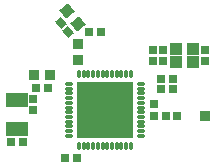
<source format=gts>
G04 Layer_Color=8388736*
%FSLAX24Y24*%
%MOIN*%
G70*
G01*
G75*
%ADD35R,0.0360X0.0360*%
%ADD36R,0.0257X0.0296*%
%ADD37R,0.0296X0.0257*%
%ADD38R,0.0355X0.0375*%
G04:AMPARAMS|DCode=39|XSize=37.5mil|YSize=35.5mil|CornerRadius=0mil|HoleSize=0mil|Usage=FLASHONLY|Rotation=40.000|XOffset=0mil|YOffset=0mil|HoleType=Round|Shape=Rectangle|*
%AMROTATEDRECTD39*
4,1,4,-0.0029,-0.0257,-0.0258,0.0016,0.0029,0.0257,0.0258,-0.0016,-0.0029,-0.0257,0.0*
%
%ADD39ROTATEDRECTD39*%

%ADD40R,0.0316X0.0257*%
%ADD41R,0.0375X0.0355*%
G04:AMPARAMS|DCode=42|XSize=25.7mil|YSize=31.6mil|CornerRadius=0mil|HoleSize=0mil|Usage=FLASHONLY|Rotation=40.000|XOffset=0mil|YOffset=0mil|HoleType=Round|Shape=Rectangle|*
%AMROTATEDRECTD42*
4,1,4,0.0003,-0.0204,-0.0200,0.0038,-0.0003,0.0204,0.0200,-0.0038,0.0003,-0.0204,0.0*
%
%ADD42ROTATEDRECTD42*%

%ADD43O,0.0316X0.0139*%
%ADD44O,0.0139X0.0316*%
%ADD45R,0.1910X0.1910*%
%ADD46R,0.0434X0.0395*%
%ADD47R,0.0769X0.0454*%
D35*
X3350Y-197D02*
D03*
D36*
X3340Y2007D02*
D03*
Y1613D02*
D03*
X1940Y1613D02*
D03*
Y2007D02*
D03*
X1650Y197D02*
D03*
Y-197D02*
D03*
X1590Y1613D02*
D03*
Y2007D02*
D03*
X-2380Y377D02*
D03*
Y-17D02*
D03*
D37*
X-1903Y740D02*
D03*
X-2297D02*
D03*
X-923Y-1610D02*
D03*
X-1317D02*
D03*
X2277Y680D02*
D03*
X1883D02*
D03*
X1883Y1030D02*
D03*
X2277D02*
D03*
X-2743Y-1060D02*
D03*
X-3137D02*
D03*
X-517Y2590D02*
D03*
X-123D02*
D03*
D38*
X-2366Y1150D02*
D03*
X-1834D02*
D03*
D39*
X-909Y2878D02*
D03*
X-1251Y3286D02*
D03*
D40*
X2397Y-200D02*
D03*
X2023D02*
D03*
D41*
X-890Y2188D02*
D03*
Y1656D02*
D03*
D42*
X-1230Y2599D02*
D03*
X-1470Y2885D02*
D03*
D43*
X-1191Y866D02*
D03*
Y709D02*
D03*
Y551D02*
D03*
Y394D02*
D03*
Y236D02*
D03*
Y79D02*
D03*
Y-79D02*
D03*
Y-236D02*
D03*
Y-394D02*
D03*
Y-551D02*
D03*
Y-709D02*
D03*
Y-866D02*
D03*
X1191D02*
D03*
Y-709D02*
D03*
Y-551D02*
D03*
Y-394D02*
D03*
Y-236D02*
D03*
Y-79D02*
D03*
Y79D02*
D03*
Y236D02*
D03*
Y394D02*
D03*
Y551D02*
D03*
Y709D02*
D03*
Y866D02*
D03*
D44*
X-866Y-1191D02*
D03*
X-709D02*
D03*
X-551D02*
D03*
X-394D02*
D03*
X-236D02*
D03*
X-79D02*
D03*
X79D02*
D03*
X236D02*
D03*
X394D02*
D03*
X551D02*
D03*
X709D02*
D03*
X866D02*
D03*
Y1191D02*
D03*
X709D02*
D03*
X551D02*
D03*
X394D02*
D03*
X236D02*
D03*
X79D02*
D03*
X-79D02*
D03*
X-236D02*
D03*
X-394D02*
D03*
X-551D02*
D03*
X-709D02*
D03*
X-866D02*
D03*
D45*
X0Y0D02*
D03*
D46*
X2354Y1584D02*
D03*
Y2036D02*
D03*
X2925D02*
D03*
Y1584D02*
D03*
D47*
X-2940Y-642D02*
D03*
Y342D02*
D03*
M02*

</source>
